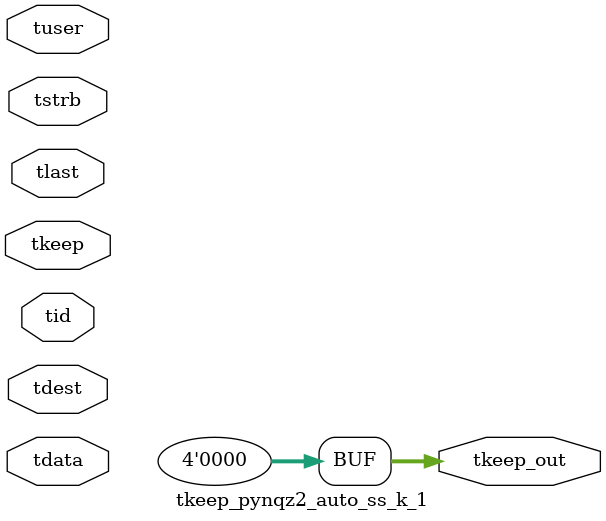
<source format=v>


`timescale 1ps/1ps

module tkeep_pynqz2_auto_ss_k_1 #
(
parameter C_S_AXIS_TDATA_WIDTH = 32,
parameter C_S_AXIS_TUSER_WIDTH = 0,
parameter C_S_AXIS_TID_WIDTH   = 0,
parameter C_S_AXIS_TDEST_WIDTH = 0,
parameter C_M_AXIS_TDATA_WIDTH = 32
)
(
input  [(C_S_AXIS_TDATA_WIDTH == 0 ? 1 : C_S_AXIS_TDATA_WIDTH)-1:0     ] tdata,
input  [(C_S_AXIS_TUSER_WIDTH == 0 ? 1 : C_S_AXIS_TUSER_WIDTH)-1:0     ] tuser,
input  [(C_S_AXIS_TID_WIDTH   == 0 ? 1 : C_S_AXIS_TID_WIDTH)-1:0       ] tid,
input  [(C_S_AXIS_TDEST_WIDTH == 0 ? 1 : C_S_AXIS_TDEST_WIDTH)-1:0     ] tdest,
input  [(C_S_AXIS_TDATA_WIDTH/8)-1:0 ] tkeep,
input  [(C_S_AXIS_TDATA_WIDTH/8)-1:0 ] tstrb,
input                                                                    tlast,
output [(C_M_AXIS_TDATA_WIDTH/8)-1:0 ] tkeep_out
);

assign tkeep_out = {1'b0};

endmodule


</source>
